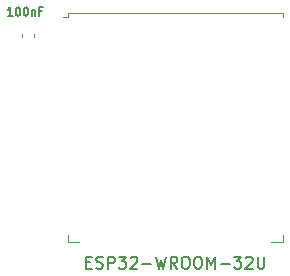
<source format=gbr>
%TF.GenerationSoftware,KiCad,Pcbnew,7.0.8*%
%TF.CreationDate,2024-01-12T13:16:21+01:00*%
%TF.ProjectId,adapter_ESP32,61646170-7465-4725-9f45-535033322e6b,rev?*%
%TF.SameCoordinates,Original*%
%TF.FileFunction,Legend,Top*%
%TF.FilePolarity,Positive*%
%FSLAX46Y46*%
G04 Gerber Fmt 4.6, Leading zero omitted, Abs format (unit mm)*
G04 Created by KiCad (PCBNEW 7.0.8) date 2024-01-12 13:16:21*
%MOMM*%
%LPD*%
G01*
G04 APERTURE LIST*
%ADD10C,0.150000*%
%ADD11C,0.120000*%
G04 APERTURE END LIST*
D10*
X40826666Y-39432033D02*
X40426666Y-39432033D01*
X40626666Y-39432033D02*
X40626666Y-38732033D01*
X40626666Y-38732033D02*
X40559999Y-38832033D01*
X40559999Y-38832033D02*
X40493333Y-38898700D01*
X40493333Y-38898700D02*
X40426666Y-38932033D01*
X41260000Y-38732033D02*
X41326666Y-38732033D01*
X41326666Y-38732033D02*
X41393333Y-38765366D01*
X41393333Y-38765366D02*
X41426666Y-38798700D01*
X41426666Y-38798700D02*
X41460000Y-38865366D01*
X41460000Y-38865366D02*
X41493333Y-38998700D01*
X41493333Y-38998700D02*
X41493333Y-39165366D01*
X41493333Y-39165366D02*
X41460000Y-39298700D01*
X41460000Y-39298700D02*
X41426666Y-39365366D01*
X41426666Y-39365366D02*
X41393333Y-39398700D01*
X41393333Y-39398700D02*
X41326666Y-39432033D01*
X41326666Y-39432033D02*
X41260000Y-39432033D01*
X41260000Y-39432033D02*
X41193333Y-39398700D01*
X41193333Y-39398700D02*
X41160000Y-39365366D01*
X41160000Y-39365366D02*
X41126666Y-39298700D01*
X41126666Y-39298700D02*
X41093333Y-39165366D01*
X41093333Y-39165366D02*
X41093333Y-38998700D01*
X41093333Y-38998700D02*
X41126666Y-38865366D01*
X41126666Y-38865366D02*
X41160000Y-38798700D01*
X41160000Y-38798700D02*
X41193333Y-38765366D01*
X41193333Y-38765366D02*
X41260000Y-38732033D01*
X41926667Y-38732033D02*
X41993333Y-38732033D01*
X41993333Y-38732033D02*
X42060000Y-38765366D01*
X42060000Y-38765366D02*
X42093333Y-38798700D01*
X42093333Y-38798700D02*
X42126667Y-38865366D01*
X42126667Y-38865366D02*
X42160000Y-38998700D01*
X42160000Y-38998700D02*
X42160000Y-39165366D01*
X42160000Y-39165366D02*
X42126667Y-39298700D01*
X42126667Y-39298700D02*
X42093333Y-39365366D01*
X42093333Y-39365366D02*
X42060000Y-39398700D01*
X42060000Y-39398700D02*
X41993333Y-39432033D01*
X41993333Y-39432033D02*
X41926667Y-39432033D01*
X41926667Y-39432033D02*
X41860000Y-39398700D01*
X41860000Y-39398700D02*
X41826667Y-39365366D01*
X41826667Y-39365366D02*
X41793333Y-39298700D01*
X41793333Y-39298700D02*
X41760000Y-39165366D01*
X41760000Y-39165366D02*
X41760000Y-38998700D01*
X41760000Y-38998700D02*
X41793333Y-38865366D01*
X41793333Y-38865366D02*
X41826667Y-38798700D01*
X41826667Y-38798700D02*
X41860000Y-38765366D01*
X41860000Y-38765366D02*
X41926667Y-38732033D01*
X42460000Y-38965366D02*
X42460000Y-39432033D01*
X42460000Y-39032033D02*
X42493334Y-38998700D01*
X42493334Y-38998700D02*
X42560000Y-38965366D01*
X42560000Y-38965366D02*
X42660000Y-38965366D01*
X42660000Y-38965366D02*
X42726667Y-38998700D01*
X42726667Y-38998700D02*
X42760000Y-39065366D01*
X42760000Y-39065366D02*
X42760000Y-39432033D01*
X43326667Y-39065366D02*
X43093333Y-39065366D01*
X43093333Y-39432033D02*
X43093333Y-38732033D01*
X43093333Y-38732033D02*
X43426667Y-38732033D01*
X47062381Y-60326009D02*
X47395714Y-60326009D01*
X47538571Y-60849819D02*
X47062381Y-60849819D01*
X47062381Y-60849819D02*
X47062381Y-59849819D01*
X47062381Y-59849819D02*
X47538571Y-59849819D01*
X47919524Y-60802200D02*
X48062381Y-60849819D01*
X48062381Y-60849819D02*
X48300476Y-60849819D01*
X48300476Y-60849819D02*
X48395714Y-60802200D01*
X48395714Y-60802200D02*
X48443333Y-60754580D01*
X48443333Y-60754580D02*
X48490952Y-60659342D01*
X48490952Y-60659342D02*
X48490952Y-60564104D01*
X48490952Y-60564104D02*
X48443333Y-60468866D01*
X48443333Y-60468866D02*
X48395714Y-60421247D01*
X48395714Y-60421247D02*
X48300476Y-60373628D01*
X48300476Y-60373628D02*
X48110000Y-60326009D01*
X48110000Y-60326009D02*
X48014762Y-60278390D01*
X48014762Y-60278390D02*
X47967143Y-60230771D01*
X47967143Y-60230771D02*
X47919524Y-60135533D01*
X47919524Y-60135533D02*
X47919524Y-60040295D01*
X47919524Y-60040295D02*
X47967143Y-59945057D01*
X47967143Y-59945057D02*
X48014762Y-59897438D01*
X48014762Y-59897438D02*
X48110000Y-59849819D01*
X48110000Y-59849819D02*
X48348095Y-59849819D01*
X48348095Y-59849819D02*
X48490952Y-59897438D01*
X48919524Y-60849819D02*
X48919524Y-59849819D01*
X48919524Y-59849819D02*
X49300476Y-59849819D01*
X49300476Y-59849819D02*
X49395714Y-59897438D01*
X49395714Y-59897438D02*
X49443333Y-59945057D01*
X49443333Y-59945057D02*
X49490952Y-60040295D01*
X49490952Y-60040295D02*
X49490952Y-60183152D01*
X49490952Y-60183152D02*
X49443333Y-60278390D01*
X49443333Y-60278390D02*
X49395714Y-60326009D01*
X49395714Y-60326009D02*
X49300476Y-60373628D01*
X49300476Y-60373628D02*
X48919524Y-60373628D01*
X49824286Y-59849819D02*
X50443333Y-59849819D01*
X50443333Y-59849819D02*
X50110000Y-60230771D01*
X50110000Y-60230771D02*
X50252857Y-60230771D01*
X50252857Y-60230771D02*
X50348095Y-60278390D01*
X50348095Y-60278390D02*
X50395714Y-60326009D01*
X50395714Y-60326009D02*
X50443333Y-60421247D01*
X50443333Y-60421247D02*
X50443333Y-60659342D01*
X50443333Y-60659342D02*
X50395714Y-60754580D01*
X50395714Y-60754580D02*
X50348095Y-60802200D01*
X50348095Y-60802200D02*
X50252857Y-60849819D01*
X50252857Y-60849819D02*
X49967143Y-60849819D01*
X49967143Y-60849819D02*
X49871905Y-60802200D01*
X49871905Y-60802200D02*
X49824286Y-60754580D01*
X50824286Y-59945057D02*
X50871905Y-59897438D01*
X50871905Y-59897438D02*
X50967143Y-59849819D01*
X50967143Y-59849819D02*
X51205238Y-59849819D01*
X51205238Y-59849819D02*
X51300476Y-59897438D01*
X51300476Y-59897438D02*
X51348095Y-59945057D01*
X51348095Y-59945057D02*
X51395714Y-60040295D01*
X51395714Y-60040295D02*
X51395714Y-60135533D01*
X51395714Y-60135533D02*
X51348095Y-60278390D01*
X51348095Y-60278390D02*
X50776667Y-60849819D01*
X50776667Y-60849819D02*
X51395714Y-60849819D01*
X51824286Y-60468866D02*
X52586191Y-60468866D01*
X52967143Y-59849819D02*
X53205238Y-60849819D01*
X53205238Y-60849819D02*
X53395714Y-60135533D01*
X53395714Y-60135533D02*
X53586190Y-60849819D01*
X53586190Y-60849819D02*
X53824286Y-59849819D01*
X54776666Y-60849819D02*
X54443333Y-60373628D01*
X54205238Y-60849819D02*
X54205238Y-59849819D01*
X54205238Y-59849819D02*
X54586190Y-59849819D01*
X54586190Y-59849819D02*
X54681428Y-59897438D01*
X54681428Y-59897438D02*
X54729047Y-59945057D01*
X54729047Y-59945057D02*
X54776666Y-60040295D01*
X54776666Y-60040295D02*
X54776666Y-60183152D01*
X54776666Y-60183152D02*
X54729047Y-60278390D01*
X54729047Y-60278390D02*
X54681428Y-60326009D01*
X54681428Y-60326009D02*
X54586190Y-60373628D01*
X54586190Y-60373628D02*
X54205238Y-60373628D01*
X55395714Y-59849819D02*
X55586190Y-59849819D01*
X55586190Y-59849819D02*
X55681428Y-59897438D01*
X55681428Y-59897438D02*
X55776666Y-59992676D01*
X55776666Y-59992676D02*
X55824285Y-60183152D01*
X55824285Y-60183152D02*
X55824285Y-60516485D01*
X55824285Y-60516485D02*
X55776666Y-60706961D01*
X55776666Y-60706961D02*
X55681428Y-60802200D01*
X55681428Y-60802200D02*
X55586190Y-60849819D01*
X55586190Y-60849819D02*
X55395714Y-60849819D01*
X55395714Y-60849819D02*
X55300476Y-60802200D01*
X55300476Y-60802200D02*
X55205238Y-60706961D01*
X55205238Y-60706961D02*
X55157619Y-60516485D01*
X55157619Y-60516485D02*
X55157619Y-60183152D01*
X55157619Y-60183152D02*
X55205238Y-59992676D01*
X55205238Y-59992676D02*
X55300476Y-59897438D01*
X55300476Y-59897438D02*
X55395714Y-59849819D01*
X56443333Y-59849819D02*
X56633809Y-59849819D01*
X56633809Y-59849819D02*
X56729047Y-59897438D01*
X56729047Y-59897438D02*
X56824285Y-59992676D01*
X56824285Y-59992676D02*
X56871904Y-60183152D01*
X56871904Y-60183152D02*
X56871904Y-60516485D01*
X56871904Y-60516485D02*
X56824285Y-60706961D01*
X56824285Y-60706961D02*
X56729047Y-60802200D01*
X56729047Y-60802200D02*
X56633809Y-60849819D01*
X56633809Y-60849819D02*
X56443333Y-60849819D01*
X56443333Y-60849819D02*
X56348095Y-60802200D01*
X56348095Y-60802200D02*
X56252857Y-60706961D01*
X56252857Y-60706961D02*
X56205238Y-60516485D01*
X56205238Y-60516485D02*
X56205238Y-60183152D01*
X56205238Y-60183152D02*
X56252857Y-59992676D01*
X56252857Y-59992676D02*
X56348095Y-59897438D01*
X56348095Y-59897438D02*
X56443333Y-59849819D01*
X57300476Y-60849819D02*
X57300476Y-59849819D01*
X57300476Y-59849819D02*
X57633809Y-60564104D01*
X57633809Y-60564104D02*
X57967142Y-59849819D01*
X57967142Y-59849819D02*
X57967142Y-60849819D01*
X58443333Y-60468866D02*
X59205238Y-60468866D01*
X59586190Y-59849819D02*
X60205237Y-59849819D01*
X60205237Y-59849819D02*
X59871904Y-60230771D01*
X59871904Y-60230771D02*
X60014761Y-60230771D01*
X60014761Y-60230771D02*
X60109999Y-60278390D01*
X60109999Y-60278390D02*
X60157618Y-60326009D01*
X60157618Y-60326009D02*
X60205237Y-60421247D01*
X60205237Y-60421247D02*
X60205237Y-60659342D01*
X60205237Y-60659342D02*
X60157618Y-60754580D01*
X60157618Y-60754580D02*
X60109999Y-60802200D01*
X60109999Y-60802200D02*
X60014761Y-60849819D01*
X60014761Y-60849819D02*
X59729047Y-60849819D01*
X59729047Y-60849819D02*
X59633809Y-60802200D01*
X59633809Y-60802200D02*
X59586190Y-60754580D01*
X60586190Y-59945057D02*
X60633809Y-59897438D01*
X60633809Y-59897438D02*
X60729047Y-59849819D01*
X60729047Y-59849819D02*
X60967142Y-59849819D01*
X60967142Y-59849819D02*
X61062380Y-59897438D01*
X61062380Y-59897438D02*
X61109999Y-59945057D01*
X61109999Y-59945057D02*
X61157618Y-60040295D01*
X61157618Y-60040295D02*
X61157618Y-60135533D01*
X61157618Y-60135533D02*
X61109999Y-60278390D01*
X61109999Y-60278390D02*
X60538571Y-60849819D01*
X60538571Y-60849819D02*
X61157618Y-60849819D01*
X61586190Y-59849819D02*
X61586190Y-60659342D01*
X61586190Y-60659342D02*
X61633809Y-60754580D01*
X61633809Y-60754580D02*
X61681428Y-60802200D01*
X61681428Y-60802200D02*
X61776666Y-60849819D01*
X61776666Y-60849819D02*
X61967142Y-60849819D01*
X61967142Y-60849819D02*
X62062380Y-60802200D01*
X62062380Y-60802200D02*
X62109999Y-60754580D01*
X62109999Y-60754580D02*
X62157618Y-60659342D01*
X62157618Y-60659342D02*
X62157618Y-59849819D01*
D11*
%TO.C,C1*%
X41654000Y-41288580D02*
X41654000Y-41007420D01*
X42674000Y-41288580D02*
X42674000Y-41007420D01*
%TO.C,U1*%
X45490000Y-39175000D02*
X45490000Y-39595000D01*
X45490000Y-39175000D02*
X63730000Y-39175000D01*
X45490000Y-39595000D02*
X45110000Y-39595000D01*
X45490000Y-57995000D02*
X45490000Y-58615000D01*
X45490000Y-58615000D02*
X46490000Y-58615000D01*
X63730000Y-39175000D02*
X63730000Y-39595000D01*
X63730000Y-57995000D02*
X63730000Y-58615000D01*
X63730000Y-58615000D02*
X62730000Y-58615000D01*
%TD*%
M02*

</source>
